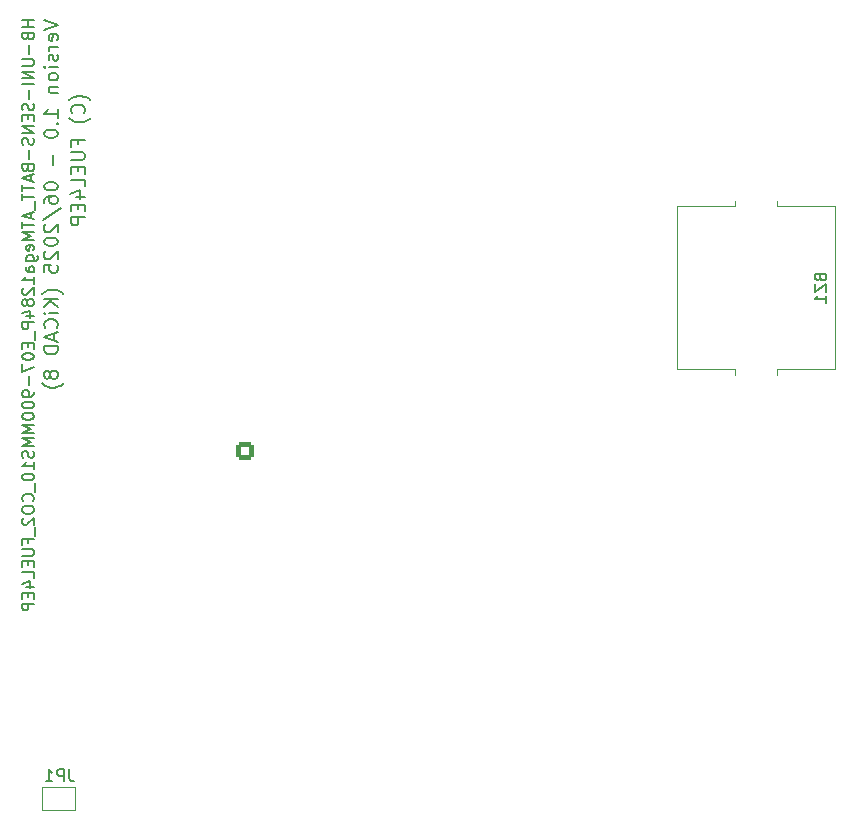
<source format=gbr>
%TF.GenerationSoftware,KiCad,Pcbnew,8.0.9-8.0.9-0~ubuntu22.04.1*%
%TF.CreationDate,2025-06-26T12:13:22+02:00*%
%TF.ProjectId,HB-UNI-SEN-BATT_ATMega1284P_E07-900MM10S_CO2_FUEL4EP,48422d55-4e49-42d5-9345-4e2d42415454,1.0*%
%TF.SameCoordinates,Original*%
%TF.FileFunction,Legend,Bot*%
%TF.FilePolarity,Positive*%
%FSLAX46Y46*%
G04 Gerber Fmt 4.6, Leading zero omitted, Abs format (unit mm)*
G04 Created by KiCad (PCBNEW 8.0.9-8.0.9-0~ubuntu22.04.1) date 2025-06-26 12:13:22*
%MOMM*%
%LPD*%
G01*
G04 APERTURE LIST*
G04 Aperture macros list*
%AMRoundRect*
0 Rectangle with rounded corners*
0 $1 Rounding radius*
0 $2 $3 $4 $5 $6 $7 $8 $9 X,Y pos of 4 corners*
0 Add a 4 corners polygon primitive as box body*
4,1,4,$2,$3,$4,$5,$6,$7,$8,$9,$2,$3,0*
0 Add four circle primitives for the rounded corners*
1,1,$1+$1,$2,$3*
1,1,$1+$1,$4,$5*
1,1,$1+$1,$6,$7*
1,1,$1+$1,$8,$9*
0 Add four rect primitives between the rounded corners*
20,1,$1+$1,$2,$3,$4,$5,0*
20,1,$1+$1,$4,$5,$6,$7,0*
20,1,$1+$1,$6,$7,$8,$9,0*
20,1,$1+$1,$8,$9,$2,$3,0*%
G04 Aperture macros list end*
%ADD10C,0.200000*%
%ADD11C,0.150000*%
%ADD12C,0.120000*%
%ADD13R,1.700000X1.700000*%
%ADD14O,1.700000X1.700000*%
%ADD15R,1.717500X1.800000*%
%ADD16O,1.717500X1.800000*%
%ADD17R,1.000000X1.500000*%
%ADD18C,0.700000*%
%ADD19C,4.400000*%
%ADD20C,2.640000*%
%ADD21R,2.000000X2.000000*%
%ADD22C,2.000000*%
%ADD23R,1.350000X1.350000*%
%ADD24O,1.350000X1.350000*%
%ADD25C,5.000000*%
%ADD26R,1.800000X1.800000*%
%ADD27C,1.800000*%
%ADD28RoundRect,0.250000X-0.550000X-0.550000X0.550000X-0.550000X0.550000X0.550000X-0.550000X0.550000X0*%
%ADD29C,1.700000*%
%ADD30R,3.000000X3.000000*%
G04 APERTURE END LIST*
D10*
X5694742Y69604136D02*
X6894742Y69204136D01*
X6894742Y69204136D02*
X5694742Y68804136D01*
X6837600Y67946993D02*
X6894742Y68061279D01*
X6894742Y68061279D02*
X6894742Y68289851D01*
X6894742Y68289851D02*
X6837600Y68404136D01*
X6837600Y68404136D02*
X6723314Y68461279D01*
X6723314Y68461279D02*
X6266171Y68461279D01*
X6266171Y68461279D02*
X6151885Y68404136D01*
X6151885Y68404136D02*
X6094742Y68289851D01*
X6094742Y68289851D02*
X6094742Y68061279D01*
X6094742Y68061279D02*
X6151885Y67946993D01*
X6151885Y67946993D02*
X6266171Y67889851D01*
X6266171Y67889851D02*
X6380457Y67889851D01*
X6380457Y67889851D02*
X6494742Y68461279D01*
X6894742Y67375565D02*
X6094742Y67375565D01*
X6323314Y67375565D02*
X6209028Y67318422D01*
X6209028Y67318422D02*
X6151885Y67261280D01*
X6151885Y67261280D02*
X6094742Y67146994D01*
X6094742Y67146994D02*
X6094742Y67032708D01*
X6837600Y66689851D02*
X6894742Y66575565D01*
X6894742Y66575565D02*
X6894742Y66346994D01*
X6894742Y66346994D02*
X6837600Y66232708D01*
X6837600Y66232708D02*
X6723314Y66175565D01*
X6723314Y66175565D02*
X6666171Y66175565D01*
X6666171Y66175565D02*
X6551885Y66232708D01*
X6551885Y66232708D02*
X6494742Y66346994D01*
X6494742Y66346994D02*
X6494742Y66518423D01*
X6494742Y66518423D02*
X6437600Y66632708D01*
X6437600Y66632708D02*
X6323314Y66689851D01*
X6323314Y66689851D02*
X6266171Y66689851D01*
X6266171Y66689851D02*
X6151885Y66632708D01*
X6151885Y66632708D02*
X6094742Y66518423D01*
X6094742Y66518423D02*
X6094742Y66346994D01*
X6094742Y66346994D02*
X6151885Y66232708D01*
X6894742Y65661279D02*
X6094742Y65661279D01*
X5694742Y65661279D02*
X5751885Y65718422D01*
X5751885Y65718422D02*
X5809028Y65661279D01*
X5809028Y65661279D02*
X5751885Y65604136D01*
X5751885Y65604136D02*
X5694742Y65661279D01*
X5694742Y65661279D02*
X5809028Y65661279D01*
X6894742Y64918422D02*
X6837600Y65032707D01*
X6837600Y65032707D02*
X6780457Y65089850D01*
X6780457Y65089850D02*
X6666171Y65146993D01*
X6666171Y65146993D02*
X6323314Y65146993D01*
X6323314Y65146993D02*
X6209028Y65089850D01*
X6209028Y65089850D02*
X6151885Y65032707D01*
X6151885Y65032707D02*
X6094742Y64918422D01*
X6094742Y64918422D02*
X6094742Y64746993D01*
X6094742Y64746993D02*
X6151885Y64632707D01*
X6151885Y64632707D02*
X6209028Y64575565D01*
X6209028Y64575565D02*
X6323314Y64518422D01*
X6323314Y64518422D02*
X6666171Y64518422D01*
X6666171Y64518422D02*
X6780457Y64575565D01*
X6780457Y64575565D02*
X6837600Y64632707D01*
X6837600Y64632707D02*
X6894742Y64746993D01*
X6894742Y64746993D02*
X6894742Y64918422D01*
X6094742Y64004136D02*
X6894742Y64004136D01*
X6209028Y64004136D02*
X6151885Y63946993D01*
X6151885Y63946993D02*
X6094742Y63832708D01*
X6094742Y63832708D02*
X6094742Y63661279D01*
X6094742Y63661279D02*
X6151885Y63546993D01*
X6151885Y63546993D02*
X6266171Y63489851D01*
X6266171Y63489851D02*
X6894742Y63489851D01*
X6894742Y61375565D02*
X6894742Y62061279D01*
X6894742Y61718422D02*
X5694742Y61718422D01*
X5694742Y61718422D02*
X5866171Y61832708D01*
X5866171Y61832708D02*
X5980457Y61946993D01*
X5980457Y61946993D02*
X6037600Y62061279D01*
X6780457Y60861279D02*
X6837600Y60804136D01*
X6837600Y60804136D02*
X6894742Y60861279D01*
X6894742Y60861279D02*
X6837600Y60918422D01*
X6837600Y60918422D02*
X6780457Y60861279D01*
X6780457Y60861279D02*
X6894742Y60861279D01*
X5694742Y60061279D02*
X5694742Y59946993D01*
X5694742Y59946993D02*
X5751885Y59832707D01*
X5751885Y59832707D02*
X5809028Y59775565D01*
X5809028Y59775565D02*
X5923314Y59718422D01*
X5923314Y59718422D02*
X6151885Y59661279D01*
X6151885Y59661279D02*
X6437600Y59661279D01*
X6437600Y59661279D02*
X6666171Y59718422D01*
X6666171Y59718422D02*
X6780457Y59775565D01*
X6780457Y59775565D02*
X6837600Y59832707D01*
X6837600Y59832707D02*
X6894742Y59946993D01*
X6894742Y59946993D02*
X6894742Y60061279D01*
X6894742Y60061279D02*
X6837600Y60175565D01*
X6837600Y60175565D02*
X6780457Y60232707D01*
X6780457Y60232707D02*
X6666171Y60289850D01*
X6666171Y60289850D02*
X6437600Y60346993D01*
X6437600Y60346993D02*
X6151885Y60346993D01*
X6151885Y60346993D02*
X5923314Y60289850D01*
X5923314Y60289850D02*
X5809028Y60232707D01*
X5809028Y60232707D02*
X5751885Y60175565D01*
X5751885Y60175565D02*
X5694742Y60061279D01*
X6437600Y58232707D02*
X6437600Y57318422D01*
X5694742Y55604136D02*
X5694742Y55489850D01*
X5694742Y55489850D02*
X5751885Y55375564D01*
X5751885Y55375564D02*
X5809028Y55318422D01*
X5809028Y55318422D02*
X5923314Y55261279D01*
X5923314Y55261279D02*
X6151885Y55204136D01*
X6151885Y55204136D02*
X6437600Y55204136D01*
X6437600Y55204136D02*
X6666171Y55261279D01*
X6666171Y55261279D02*
X6780457Y55318422D01*
X6780457Y55318422D02*
X6837600Y55375564D01*
X6837600Y55375564D02*
X6894742Y55489850D01*
X6894742Y55489850D02*
X6894742Y55604136D01*
X6894742Y55604136D02*
X6837600Y55718422D01*
X6837600Y55718422D02*
X6780457Y55775564D01*
X6780457Y55775564D02*
X6666171Y55832707D01*
X6666171Y55832707D02*
X6437600Y55889850D01*
X6437600Y55889850D02*
X6151885Y55889850D01*
X6151885Y55889850D02*
X5923314Y55832707D01*
X5923314Y55832707D02*
X5809028Y55775564D01*
X5809028Y55775564D02*
X5751885Y55718422D01*
X5751885Y55718422D02*
X5694742Y55604136D01*
X5694742Y54175565D02*
X5694742Y54404136D01*
X5694742Y54404136D02*
X5751885Y54518422D01*
X5751885Y54518422D02*
X5809028Y54575565D01*
X5809028Y54575565D02*
X5980457Y54689850D01*
X5980457Y54689850D02*
X6209028Y54746993D01*
X6209028Y54746993D02*
X6666171Y54746993D01*
X6666171Y54746993D02*
X6780457Y54689850D01*
X6780457Y54689850D02*
X6837600Y54632707D01*
X6837600Y54632707D02*
X6894742Y54518422D01*
X6894742Y54518422D02*
X6894742Y54289850D01*
X6894742Y54289850D02*
X6837600Y54175565D01*
X6837600Y54175565D02*
X6780457Y54118422D01*
X6780457Y54118422D02*
X6666171Y54061279D01*
X6666171Y54061279D02*
X6380457Y54061279D01*
X6380457Y54061279D02*
X6266171Y54118422D01*
X6266171Y54118422D02*
X6209028Y54175565D01*
X6209028Y54175565D02*
X6151885Y54289850D01*
X6151885Y54289850D02*
X6151885Y54518422D01*
X6151885Y54518422D02*
X6209028Y54632707D01*
X6209028Y54632707D02*
X6266171Y54689850D01*
X6266171Y54689850D02*
X6380457Y54746993D01*
X5637600Y52689850D02*
X7180457Y53718422D01*
X5809028Y52346993D02*
X5751885Y52289850D01*
X5751885Y52289850D02*
X5694742Y52175565D01*
X5694742Y52175565D02*
X5694742Y51889850D01*
X5694742Y51889850D02*
X5751885Y51775565D01*
X5751885Y51775565D02*
X5809028Y51718422D01*
X5809028Y51718422D02*
X5923314Y51661279D01*
X5923314Y51661279D02*
X6037600Y51661279D01*
X6037600Y51661279D02*
X6209028Y51718422D01*
X6209028Y51718422D02*
X6894742Y52404136D01*
X6894742Y52404136D02*
X6894742Y51661279D01*
X5694742Y50918422D02*
X5694742Y50804136D01*
X5694742Y50804136D02*
X5751885Y50689850D01*
X5751885Y50689850D02*
X5809028Y50632708D01*
X5809028Y50632708D02*
X5923314Y50575565D01*
X5923314Y50575565D02*
X6151885Y50518422D01*
X6151885Y50518422D02*
X6437600Y50518422D01*
X6437600Y50518422D02*
X6666171Y50575565D01*
X6666171Y50575565D02*
X6780457Y50632708D01*
X6780457Y50632708D02*
X6837600Y50689850D01*
X6837600Y50689850D02*
X6894742Y50804136D01*
X6894742Y50804136D02*
X6894742Y50918422D01*
X6894742Y50918422D02*
X6837600Y51032708D01*
X6837600Y51032708D02*
X6780457Y51089850D01*
X6780457Y51089850D02*
X6666171Y51146993D01*
X6666171Y51146993D02*
X6437600Y51204136D01*
X6437600Y51204136D02*
X6151885Y51204136D01*
X6151885Y51204136D02*
X5923314Y51146993D01*
X5923314Y51146993D02*
X5809028Y51089850D01*
X5809028Y51089850D02*
X5751885Y51032708D01*
X5751885Y51032708D02*
X5694742Y50918422D01*
X5809028Y50061279D02*
X5751885Y50004136D01*
X5751885Y50004136D02*
X5694742Y49889851D01*
X5694742Y49889851D02*
X5694742Y49604136D01*
X5694742Y49604136D02*
X5751885Y49489851D01*
X5751885Y49489851D02*
X5809028Y49432708D01*
X5809028Y49432708D02*
X5923314Y49375565D01*
X5923314Y49375565D02*
X6037600Y49375565D01*
X6037600Y49375565D02*
X6209028Y49432708D01*
X6209028Y49432708D02*
X6894742Y50118422D01*
X6894742Y50118422D02*
X6894742Y49375565D01*
X5694742Y48289851D02*
X5694742Y48861279D01*
X5694742Y48861279D02*
X6266171Y48918422D01*
X6266171Y48918422D02*
X6209028Y48861279D01*
X6209028Y48861279D02*
X6151885Y48746994D01*
X6151885Y48746994D02*
X6151885Y48461279D01*
X6151885Y48461279D02*
X6209028Y48346994D01*
X6209028Y48346994D02*
X6266171Y48289851D01*
X6266171Y48289851D02*
X6380457Y48232708D01*
X6380457Y48232708D02*
X6666171Y48232708D01*
X6666171Y48232708D02*
X6780457Y48289851D01*
X6780457Y48289851D02*
X6837600Y48346994D01*
X6837600Y48346994D02*
X6894742Y48461279D01*
X6894742Y48461279D02*
X6894742Y48746994D01*
X6894742Y48746994D02*
X6837600Y48861279D01*
X6837600Y48861279D02*
X6780457Y48918422D01*
X7351885Y46461279D02*
X7294742Y46518422D01*
X7294742Y46518422D02*
X7123314Y46632708D01*
X7123314Y46632708D02*
X7009028Y46689851D01*
X7009028Y46689851D02*
X6837600Y46746993D01*
X6837600Y46746993D02*
X6551885Y46804136D01*
X6551885Y46804136D02*
X6323314Y46804136D01*
X6323314Y46804136D02*
X6037600Y46746993D01*
X6037600Y46746993D02*
X5866171Y46689851D01*
X5866171Y46689851D02*
X5751885Y46632708D01*
X5751885Y46632708D02*
X5580457Y46518422D01*
X5580457Y46518422D02*
X5523314Y46461279D01*
X6894742Y46004136D02*
X5694742Y46004136D01*
X6894742Y45318422D02*
X6209028Y45832708D01*
X5694742Y45318422D02*
X6380457Y46004136D01*
X6894742Y44804136D02*
X6094742Y44804136D01*
X5694742Y44804136D02*
X5751885Y44861279D01*
X5751885Y44861279D02*
X5809028Y44804136D01*
X5809028Y44804136D02*
X5751885Y44746993D01*
X5751885Y44746993D02*
X5694742Y44804136D01*
X5694742Y44804136D02*
X5809028Y44804136D01*
X6780457Y43546993D02*
X6837600Y43604136D01*
X6837600Y43604136D02*
X6894742Y43775564D01*
X6894742Y43775564D02*
X6894742Y43889850D01*
X6894742Y43889850D02*
X6837600Y44061279D01*
X6837600Y44061279D02*
X6723314Y44175564D01*
X6723314Y44175564D02*
X6609028Y44232707D01*
X6609028Y44232707D02*
X6380457Y44289850D01*
X6380457Y44289850D02*
X6209028Y44289850D01*
X6209028Y44289850D02*
X5980457Y44232707D01*
X5980457Y44232707D02*
X5866171Y44175564D01*
X5866171Y44175564D02*
X5751885Y44061279D01*
X5751885Y44061279D02*
X5694742Y43889850D01*
X5694742Y43889850D02*
X5694742Y43775564D01*
X5694742Y43775564D02*
X5751885Y43604136D01*
X5751885Y43604136D02*
X5809028Y43546993D01*
X6551885Y43089850D02*
X6551885Y42518422D01*
X6894742Y43204136D02*
X5694742Y42804136D01*
X5694742Y42804136D02*
X6894742Y42404136D01*
X6894742Y42004136D02*
X5694742Y42004136D01*
X5694742Y42004136D02*
X5694742Y41718422D01*
X5694742Y41718422D02*
X5751885Y41546993D01*
X5751885Y41546993D02*
X5866171Y41432708D01*
X5866171Y41432708D02*
X5980457Y41375565D01*
X5980457Y41375565D02*
X6209028Y41318422D01*
X6209028Y41318422D02*
X6380457Y41318422D01*
X6380457Y41318422D02*
X6609028Y41375565D01*
X6609028Y41375565D02*
X6723314Y41432708D01*
X6723314Y41432708D02*
X6837600Y41546993D01*
X6837600Y41546993D02*
X6894742Y41718422D01*
X6894742Y41718422D02*
X6894742Y42004136D01*
X6209028Y39718422D02*
X6151885Y39832707D01*
X6151885Y39832707D02*
X6094742Y39889850D01*
X6094742Y39889850D02*
X5980457Y39946993D01*
X5980457Y39946993D02*
X5923314Y39946993D01*
X5923314Y39946993D02*
X5809028Y39889850D01*
X5809028Y39889850D02*
X5751885Y39832707D01*
X5751885Y39832707D02*
X5694742Y39718422D01*
X5694742Y39718422D02*
X5694742Y39489850D01*
X5694742Y39489850D02*
X5751885Y39375565D01*
X5751885Y39375565D02*
X5809028Y39318422D01*
X5809028Y39318422D02*
X5923314Y39261279D01*
X5923314Y39261279D02*
X5980457Y39261279D01*
X5980457Y39261279D02*
X6094742Y39318422D01*
X6094742Y39318422D02*
X6151885Y39375565D01*
X6151885Y39375565D02*
X6209028Y39489850D01*
X6209028Y39489850D02*
X6209028Y39718422D01*
X6209028Y39718422D02*
X6266171Y39832707D01*
X6266171Y39832707D02*
X6323314Y39889850D01*
X6323314Y39889850D02*
X6437600Y39946993D01*
X6437600Y39946993D02*
X6666171Y39946993D01*
X6666171Y39946993D02*
X6780457Y39889850D01*
X6780457Y39889850D02*
X6837600Y39832707D01*
X6837600Y39832707D02*
X6894742Y39718422D01*
X6894742Y39718422D02*
X6894742Y39489850D01*
X6894742Y39489850D02*
X6837600Y39375565D01*
X6837600Y39375565D02*
X6780457Y39318422D01*
X6780457Y39318422D02*
X6666171Y39261279D01*
X6666171Y39261279D02*
X6437600Y39261279D01*
X6437600Y39261279D02*
X6323314Y39318422D01*
X6323314Y39318422D02*
X6266171Y39375565D01*
X6266171Y39375565D02*
X6209028Y39489850D01*
X7351885Y38861279D02*
X7294742Y38804136D01*
X7294742Y38804136D02*
X7123314Y38689850D01*
X7123314Y38689850D02*
X7009028Y38632708D01*
X7009028Y38632708D02*
X6837600Y38575565D01*
X6837600Y38575565D02*
X6551885Y38518422D01*
X6551885Y38518422D02*
X6323314Y38518422D01*
X6323314Y38518422D02*
X6037600Y38575565D01*
X6037600Y38575565D02*
X5866171Y38632708D01*
X5866171Y38632708D02*
X5751885Y38689850D01*
X5751885Y38689850D02*
X5580457Y38804136D01*
X5580457Y38804136D02*
X5523314Y38861279D01*
X4854247Y69607326D02*
X3854247Y69607326D01*
X4330437Y69607326D02*
X4330437Y69035898D01*
X4854247Y69035898D02*
X3854247Y69035898D01*
X4330437Y68226374D02*
X4378056Y68083517D01*
X4378056Y68083517D02*
X4425675Y68035898D01*
X4425675Y68035898D02*
X4520913Y67988279D01*
X4520913Y67988279D02*
X4663770Y67988279D01*
X4663770Y67988279D02*
X4759008Y68035898D01*
X4759008Y68035898D02*
X4806628Y68083517D01*
X4806628Y68083517D02*
X4854247Y68178755D01*
X4854247Y68178755D02*
X4854247Y68559707D01*
X4854247Y68559707D02*
X3854247Y68559707D01*
X3854247Y68559707D02*
X3854247Y68226374D01*
X3854247Y68226374D02*
X3901866Y68131136D01*
X3901866Y68131136D02*
X3949485Y68083517D01*
X3949485Y68083517D02*
X4044723Y68035898D01*
X4044723Y68035898D02*
X4139961Y68035898D01*
X4139961Y68035898D02*
X4235199Y68083517D01*
X4235199Y68083517D02*
X4282818Y68131136D01*
X4282818Y68131136D02*
X4330437Y68226374D01*
X4330437Y68226374D02*
X4330437Y68559707D01*
X4473294Y67559707D02*
X4473294Y66797803D01*
X3854247Y66321612D02*
X4663770Y66321612D01*
X4663770Y66321612D02*
X4759008Y66273993D01*
X4759008Y66273993D02*
X4806628Y66226374D01*
X4806628Y66226374D02*
X4854247Y66131136D01*
X4854247Y66131136D02*
X4854247Y65940660D01*
X4854247Y65940660D02*
X4806628Y65845422D01*
X4806628Y65845422D02*
X4759008Y65797803D01*
X4759008Y65797803D02*
X4663770Y65750184D01*
X4663770Y65750184D02*
X3854247Y65750184D01*
X4854247Y65273993D02*
X3854247Y65273993D01*
X3854247Y65273993D02*
X4854247Y64702565D01*
X4854247Y64702565D02*
X3854247Y64702565D01*
X4854247Y64226374D02*
X3854247Y64226374D01*
X4473294Y63750184D02*
X4473294Y62988280D01*
X4806628Y62559708D02*
X4854247Y62416851D01*
X4854247Y62416851D02*
X4854247Y62178756D01*
X4854247Y62178756D02*
X4806628Y62083518D01*
X4806628Y62083518D02*
X4759008Y62035899D01*
X4759008Y62035899D02*
X4663770Y61988280D01*
X4663770Y61988280D02*
X4568532Y61988280D01*
X4568532Y61988280D02*
X4473294Y62035899D01*
X4473294Y62035899D02*
X4425675Y62083518D01*
X4425675Y62083518D02*
X4378056Y62178756D01*
X4378056Y62178756D02*
X4330437Y62369232D01*
X4330437Y62369232D02*
X4282818Y62464470D01*
X4282818Y62464470D02*
X4235199Y62512089D01*
X4235199Y62512089D02*
X4139961Y62559708D01*
X4139961Y62559708D02*
X4044723Y62559708D01*
X4044723Y62559708D02*
X3949485Y62512089D01*
X3949485Y62512089D02*
X3901866Y62464470D01*
X3901866Y62464470D02*
X3854247Y62369232D01*
X3854247Y62369232D02*
X3854247Y62131137D01*
X3854247Y62131137D02*
X3901866Y61988280D01*
X4330437Y61559708D02*
X4330437Y61226375D01*
X4854247Y61083518D02*
X4854247Y61559708D01*
X4854247Y61559708D02*
X3854247Y61559708D01*
X3854247Y61559708D02*
X3854247Y61083518D01*
X4854247Y60654946D02*
X3854247Y60654946D01*
X3854247Y60654946D02*
X4854247Y60083518D01*
X4854247Y60083518D02*
X3854247Y60083518D01*
X4806628Y59654946D02*
X4854247Y59512089D01*
X4854247Y59512089D02*
X4854247Y59273994D01*
X4854247Y59273994D02*
X4806628Y59178756D01*
X4806628Y59178756D02*
X4759008Y59131137D01*
X4759008Y59131137D02*
X4663770Y59083518D01*
X4663770Y59083518D02*
X4568532Y59083518D01*
X4568532Y59083518D02*
X4473294Y59131137D01*
X4473294Y59131137D02*
X4425675Y59178756D01*
X4425675Y59178756D02*
X4378056Y59273994D01*
X4378056Y59273994D02*
X4330437Y59464470D01*
X4330437Y59464470D02*
X4282818Y59559708D01*
X4282818Y59559708D02*
X4235199Y59607327D01*
X4235199Y59607327D02*
X4139961Y59654946D01*
X4139961Y59654946D02*
X4044723Y59654946D01*
X4044723Y59654946D02*
X3949485Y59607327D01*
X3949485Y59607327D02*
X3901866Y59559708D01*
X3901866Y59559708D02*
X3854247Y59464470D01*
X3854247Y59464470D02*
X3854247Y59226375D01*
X3854247Y59226375D02*
X3901866Y59083518D01*
X4473294Y58654946D02*
X4473294Y57893042D01*
X4330437Y57083518D02*
X4378056Y56940661D01*
X4378056Y56940661D02*
X4425675Y56893042D01*
X4425675Y56893042D02*
X4520913Y56845423D01*
X4520913Y56845423D02*
X4663770Y56845423D01*
X4663770Y56845423D02*
X4759008Y56893042D01*
X4759008Y56893042D02*
X4806628Y56940661D01*
X4806628Y56940661D02*
X4854247Y57035899D01*
X4854247Y57035899D02*
X4854247Y57416851D01*
X4854247Y57416851D02*
X3854247Y57416851D01*
X3854247Y57416851D02*
X3854247Y57083518D01*
X3854247Y57083518D02*
X3901866Y56988280D01*
X3901866Y56988280D02*
X3949485Y56940661D01*
X3949485Y56940661D02*
X4044723Y56893042D01*
X4044723Y56893042D02*
X4139961Y56893042D01*
X4139961Y56893042D02*
X4235199Y56940661D01*
X4235199Y56940661D02*
X4282818Y56988280D01*
X4282818Y56988280D02*
X4330437Y57083518D01*
X4330437Y57083518D02*
X4330437Y57416851D01*
X4568532Y56464470D02*
X4568532Y55988280D01*
X4854247Y56559708D02*
X3854247Y56226375D01*
X3854247Y56226375D02*
X4854247Y55893042D01*
X3854247Y55702565D02*
X3854247Y55131137D01*
X4854247Y55416851D02*
X3854247Y55416851D01*
X3854247Y54940660D02*
X3854247Y54369232D01*
X4854247Y54654946D02*
X3854247Y54654946D01*
X4949485Y54273994D02*
X4949485Y53512089D01*
X4568532Y53321612D02*
X4568532Y52845422D01*
X4854247Y53416850D02*
X3854247Y53083517D01*
X3854247Y53083517D02*
X4854247Y52750184D01*
X3854247Y52559707D02*
X3854247Y51988279D01*
X4854247Y52273993D02*
X3854247Y52273993D01*
X4854247Y51654945D02*
X3854247Y51654945D01*
X3854247Y51654945D02*
X4568532Y51321612D01*
X4568532Y51321612D02*
X3854247Y50988279D01*
X3854247Y50988279D02*
X4854247Y50988279D01*
X4806628Y50131136D02*
X4854247Y50226374D01*
X4854247Y50226374D02*
X4854247Y50416850D01*
X4854247Y50416850D02*
X4806628Y50512088D01*
X4806628Y50512088D02*
X4711389Y50559707D01*
X4711389Y50559707D02*
X4330437Y50559707D01*
X4330437Y50559707D02*
X4235199Y50512088D01*
X4235199Y50512088D02*
X4187580Y50416850D01*
X4187580Y50416850D02*
X4187580Y50226374D01*
X4187580Y50226374D02*
X4235199Y50131136D01*
X4235199Y50131136D02*
X4330437Y50083517D01*
X4330437Y50083517D02*
X4425675Y50083517D01*
X4425675Y50083517D02*
X4520913Y50559707D01*
X4187580Y49226374D02*
X4997104Y49226374D01*
X4997104Y49226374D02*
X5092342Y49273993D01*
X5092342Y49273993D02*
X5139961Y49321612D01*
X5139961Y49321612D02*
X5187580Y49416850D01*
X5187580Y49416850D02*
X5187580Y49559707D01*
X5187580Y49559707D02*
X5139961Y49654945D01*
X4806628Y49226374D02*
X4854247Y49321612D01*
X4854247Y49321612D02*
X4854247Y49512088D01*
X4854247Y49512088D02*
X4806628Y49607326D01*
X4806628Y49607326D02*
X4759008Y49654945D01*
X4759008Y49654945D02*
X4663770Y49702564D01*
X4663770Y49702564D02*
X4378056Y49702564D01*
X4378056Y49702564D02*
X4282818Y49654945D01*
X4282818Y49654945D02*
X4235199Y49607326D01*
X4235199Y49607326D02*
X4187580Y49512088D01*
X4187580Y49512088D02*
X4187580Y49321612D01*
X4187580Y49321612D02*
X4235199Y49226374D01*
X4854247Y48321612D02*
X4330437Y48321612D01*
X4330437Y48321612D02*
X4235199Y48369231D01*
X4235199Y48369231D02*
X4187580Y48464469D01*
X4187580Y48464469D02*
X4187580Y48654945D01*
X4187580Y48654945D02*
X4235199Y48750183D01*
X4806628Y48321612D02*
X4854247Y48416850D01*
X4854247Y48416850D02*
X4854247Y48654945D01*
X4854247Y48654945D02*
X4806628Y48750183D01*
X4806628Y48750183D02*
X4711389Y48797802D01*
X4711389Y48797802D02*
X4616151Y48797802D01*
X4616151Y48797802D02*
X4520913Y48750183D01*
X4520913Y48750183D02*
X4473294Y48654945D01*
X4473294Y48654945D02*
X4473294Y48416850D01*
X4473294Y48416850D02*
X4425675Y48321612D01*
X4854247Y47321612D02*
X4854247Y47893040D01*
X4854247Y47607326D02*
X3854247Y47607326D01*
X3854247Y47607326D02*
X3997104Y47702564D01*
X3997104Y47702564D02*
X4092342Y47797802D01*
X4092342Y47797802D02*
X4139961Y47893040D01*
X3949485Y46940659D02*
X3901866Y46893040D01*
X3901866Y46893040D02*
X3854247Y46797802D01*
X3854247Y46797802D02*
X3854247Y46559707D01*
X3854247Y46559707D02*
X3901866Y46464469D01*
X3901866Y46464469D02*
X3949485Y46416850D01*
X3949485Y46416850D02*
X4044723Y46369231D01*
X4044723Y46369231D02*
X4139961Y46369231D01*
X4139961Y46369231D02*
X4282818Y46416850D01*
X4282818Y46416850D02*
X4854247Y46988278D01*
X4854247Y46988278D02*
X4854247Y46369231D01*
X4282818Y45797802D02*
X4235199Y45893040D01*
X4235199Y45893040D02*
X4187580Y45940659D01*
X4187580Y45940659D02*
X4092342Y45988278D01*
X4092342Y45988278D02*
X4044723Y45988278D01*
X4044723Y45988278D02*
X3949485Y45940659D01*
X3949485Y45940659D02*
X3901866Y45893040D01*
X3901866Y45893040D02*
X3854247Y45797802D01*
X3854247Y45797802D02*
X3854247Y45607326D01*
X3854247Y45607326D02*
X3901866Y45512088D01*
X3901866Y45512088D02*
X3949485Y45464469D01*
X3949485Y45464469D02*
X4044723Y45416850D01*
X4044723Y45416850D02*
X4092342Y45416850D01*
X4092342Y45416850D02*
X4187580Y45464469D01*
X4187580Y45464469D02*
X4235199Y45512088D01*
X4235199Y45512088D02*
X4282818Y45607326D01*
X4282818Y45607326D02*
X4282818Y45797802D01*
X4282818Y45797802D02*
X4330437Y45893040D01*
X4330437Y45893040D02*
X4378056Y45940659D01*
X4378056Y45940659D02*
X4473294Y45988278D01*
X4473294Y45988278D02*
X4663770Y45988278D01*
X4663770Y45988278D02*
X4759008Y45940659D01*
X4759008Y45940659D02*
X4806628Y45893040D01*
X4806628Y45893040D02*
X4854247Y45797802D01*
X4854247Y45797802D02*
X4854247Y45607326D01*
X4854247Y45607326D02*
X4806628Y45512088D01*
X4806628Y45512088D02*
X4759008Y45464469D01*
X4759008Y45464469D02*
X4663770Y45416850D01*
X4663770Y45416850D02*
X4473294Y45416850D01*
X4473294Y45416850D02*
X4378056Y45464469D01*
X4378056Y45464469D02*
X4330437Y45512088D01*
X4330437Y45512088D02*
X4282818Y45607326D01*
X4187580Y44559707D02*
X4854247Y44559707D01*
X3806628Y44797802D02*
X4520913Y45035897D01*
X4520913Y45035897D02*
X4520913Y44416850D01*
X4854247Y44035897D02*
X3854247Y44035897D01*
X3854247Y44035897D02*
X3854247Y43654945D01*
X3854247Y43654945D02*
X3901866Y43559707D01*
X3901866Y43559707D02*
X3949485Y43512088D01*
X3949485Y43512088D02*
X4044723Y43464469D01*
X4044723Y43464469D02*
X4187580Y43464469D01*
X4187580Y43464469D02*
X4282818Y43512088D01*
X4282818Y43512088D02*
X4330437Y43559707D01*
X4330437Y43559707D02*
X4378056Y43654945D01*
X4378056Y43654945D02*
X4378056Y44035897D01*
X4949485Y43273993D02*
X4949485Y42512088D01*
X4330437Y42273992D02*
X4330437Y41940659D01*
X4854247Y41797802D02*
X4854247Y42273992D01*
X4854247Y42273992D02*
X3854247Y42273992D01*
X3854247Y42273992D02*
X3854247Y41797802D01*
X3854247Y41178754D02*
X3854247Y41083516D01*
X3854247Y41083516D02*
X3901866Y40988278D01*
X3901866Y40988278D02*
X3949485Y40940659D01*
X3949485Y40940659D02*
X4044723Y40893040D01*
X4044723Y40893040D02*
X4235199Y40845421D01*
X4235199Y40845421D02*
X4473294Y40845421D01*
X4473294Y40845421D02*
X4663770Y40893040D01*
X4663770Y40893040D02*
X4759008Y40940659D01*
X4759008Y40940659D02*
X4806628Y40988278D01*
X4806628Y40988278D02*
X4854247Y41083516D01*
X4854247Y41083516D02*
X4854247Y41178754D01*
X4854247Y41178754D02*
X4806628Y41273992D01*
X4806628Y41273992D02*
X4759008Y41321611D01*
X4759008Y41321611D02*
X4663770Y41369230D01*
X4663770Y41369230D02*
X4473294Y41416849D01*
X4473294Y41416849D02*
X4235199Y41416849D01*
X4235199Y41416849D02*
X4044723Y41369230D01*
X4044723Y41369230D02*
X3949485Y41321611D01*
X3949485Y41321611D02*
X3901866Y41273992D01*
X3901866Y41273992D02*
X3854247Y41178754D01*
X3854247Y40512087D02*
X3854247Y39845421D01*
X3854247Y39845421D02*
X4854247Y40273992D01*
X4473294Y39464468D02*
X4473294Y38702564D01*
X4854247Y38178754D02*
X4854247Y37988278D01*
X4854247Y37988278D02*
X4806628Y37893040D01*
X4806628Y37893040D02*
X4759008Y37845421D01*
X4759008Y37845421D02*
X4616151Y37750183D01*
X4616151Y37750183D02*
X4425675Y37702564D01*
X4425675Y37702564D02*
X4044723Y37702564D01*
X4044723Y37702564D02*
X3949485Y37750183D01*
X3949485Y37750183D02*
X3901866Y37797802D01*
X3901866Y37797802D02*
X3854247Y37893040D01*
X3854247Y37893040D02*
X3854247Y38083516D01*
X3854247Y38083516D02*
X3901866Y38178754D01*
X3901866Y38178754D02*
X3949485Y38226373D01*
X3949485Y38226373D02*
X4044723Y38273992D01*
X4044723Y38273992D02*
X4282818Y38273992D01*
X4282818Y38273992D02*
X4378056Y38226373D01*
X4378056Y38226373D02*
X4425675Y38178754D01*
X4425675Y38178754D02*
X4473294Y38083516D01*
X4473294Y38083516D02*
X4473294Y37893040D01*
X4473294Y37893040D02*
X4425675Y37797802D01*
X4425675Y37797802D02*
X4378056Y37750183D01*
X4378056Y37750183D02*
X4282818Y37702564D01*
X3854247Y37083516D02*
X3854247Y36988278D01*
X3854247Y36988278D02*
X3901866Y36893040D01*
X3901866Y36893040D02*
X3949485Y36845421D01*
X3949485Y36845421D02*
X4044723Y36797802D01*
X4044723Y36797802D02*
X4235199Y36750183D01*
X4235199Y36750183D02*
X4473294Y36750183D01*
X4473294Y36750183D02*
X4663770Y36797802D01*
X4663770Y36797802D02*
X4759008Y36845421D01*
X4759008Y36845421D02*
X4806628Y36893040D01*
X4806628Y36893040D02*
X4854247Y36988278D01*
X4854247Y36988278D02*
X4854247Y37083516D01*
X4854247Y37083516D02*
X4806628Y37178754D01*
X4806628Y37178754D02*
X4759008Y37226373D01*
X4759008Y37226373D02*
X4663770Y37273992D01*
X4663770Y37273992D02*
X4473294Y37321611D01*
X4473294Y37321611D02*
X4235199Y37321611D01*
X4235199Y37321611D02*
X4044723Y37273992D01*
X4044723Y37273992D02*
X3949485Y37226373D01*
X3949485Y37226373D02*
X3901866Y37178754D01*
X3901866Y37178754D02*
X3854247Y37083516D01*
X3854247Y36131135D02*
X3854247Y36035897D01*
X3854247Y36035897D02*
X3901866Y35940659D01*
X3901866Y35940659D02*
X3949485Y35893040D01*
X3949485Y35893040D02*
X4044723Y35845421D01*
X4044723Y35845421D02*
X4235199Y35797802D01*
X4235199Y35797802D02*
X4473294Y35797802D01*
X4473294Y35797802D02*
X4663770Y35845421D01*
X4663770Y35845421D02*
X4759008Y35893040D01*
X4759008Y35893040D02*
X4806628Y35940659D01*
X4806628Y35940659D02*
X4854247Y36035897D01*
X4854247Y36035897D02*
X4854247Y36131135D01*
X4854247Y36131135D02*
X4806628Y36226373D01*
X4806628Y36226373D02*
X4759008Y36273992D01*
X4759008Y36273992D02*
X4663770Y36321611D01*
X4663770Y36321611D02*
X4473294Y36369230D01*
X4473294Y36369230D02*
X4235199Y36369230D01*
X4235199Y36369230D02*
X4044723Y36321611D01*
X4044723Y36321611D02*
X3949485Y36273992D01*
X3949485Y36273992D02*
X3901866Y36226373D01*
X3901866Y36226373D02*
X3854247Y36131135D01*
X4854247Y35369230D02*
X3854247Y35369230D01*
X3854247Y35369230D02*
X4568532Y35035897D01*
X4568532Y35035897D02*
X3854247Y34702564D01*
X3854247Y34702564D02*
X4854247Y34702564D01*
X4854247Y34226373D02*
X3854247Y34226373D01*
X3854247Y34226373D02*
X4568532Y33893040D01*
X4568532Y33893040D02*
X3854247Y33559707D01*
X3854247Y33559707D02*
X4854247Y33559707D01*
X4806628Y33131135D02*
X4854247Y32988278D01*
X4854247Y32988278D02*
X4854247Y32750183D01*
X4854247Y32750183D02*
X4806628Y32654945D01*
X4806628Y32654945D02*
X4759008Y32607326D01*
X4759008Y32607326D02*
X4663770Y32559707D01*
X4663770Y32559707D02*
X4568532Y32559707D01*
X4568532Y32559707D02*
X4473294Y32607326D01*
X4473294Y32607326D02*
X4425675Y32654945D01*
X4425675Y32654945D02*
X4378056Y32750183D01*
X4378056Y32750183D02*
X4330437Y32940659D01*
X4330437Y32940659D02*
X4282818Y33035897D01*
X4282818Y33035897D02*
X4235199Y33083516D01*
X4235199Y33083516D02*
X4139961Y33131135D01*
X4139961Y33131135D02*
X4044723Y33131135D01*
X4044723Y33131135D02*
X3949485Y33083516D01*
X3949485Y33083516D02*
X3901866Y33035897D01*
X3901866Y33035897D02*
X3854247Y32940659D01*
X3854247Y32940659D02*
X3854247Y32702564D01*
X3854247Y32702564D02*
X3901866Y32559707D01*
X4854247Y31607326D02*
X4854247Y32178754D01*
X4854247Y31893040D02*
X3854247Y31893040D01*
X3854247Y31893040D02*
X3997104Y31988278D01*
X3997104Y31988278D02*
X4092342Y32083516D01*
X4092342Y32083516D02*
X4139961Y32178754D01*
X3854247Y30988278D02*
X3854247Y30893040D01*
X3854247Y30893040D02*
X3901866Y30797802D01*
X3901866Y30797802D02*
X3949485Y30750183D01*
X3949485Y30750183D02*
X4044723Y30702564D01*
X4044723Y30702564D02*
X4235199Y30654945D01*
X4235199Y30654945D02*
X4473294Y30654945D01*
X4473294Y30654945D02*
X4663770Y30702564D01*
X4663770Y30702564D02*
X4759008Y30750183D01*
X4759008Y30750183D02*
X4806628Y30797802D01*
X4806628Y30797802D02*
X4854247Y30893040D01*
X4854247Y30893040D02*
X4854247Y30988278D01*
X4854247Y30988278D02*
X4806628Y31083516D01*
X4806628Y31083516D02*
X4759008Y31131135D01*
X4759008Y31131135D02*
X4663770Y31178754D01*
X4663770Y31178754D02*
X4473294Y31226373D01*
X4473294Y31226373D02*
X4235199Y31226373D01*
X4235199Y31226373D02*
X4044723Y31178754D01*
X4044723Y31178754D02*
X3949485Y31131135D01*
X3949485Y31131135D02*
X3901866Y31083516D01*
X3901866Y31083516D02*
X3854247Y30988278D01*
X4949485Y30464469D02*
X4949485Y29702564D01*
X4759008Y28893040D02*
X4806628Y28940659D01*
X4806628Y28940659D02*
X4854247Y29083516D01*
X4854247Y29083516D02*
X4854247Y29178754D01*
X4854247Y29178754D02*
X4806628Y29321611D01*
X4806628Y29321611D02*
X4711389Y29416849D01*
X4711389Y29416849D02*
X4616151Y29464468D01*
X4616151Y29464468D02*
X4425675Y29512087D01*
X4425675Y29512087D02*
X4282818Y29512087D01*
X4282818Y29512087D02*
X4092342Y29464468D01*
X4092342Y29464468D02*
X3997104Y29416849D01*
X3997104Y29416849D02*
X3901866Y29321611D01*
X3901866Y29321611D02*
X3854247Y29178754D01*
X3854247Y29178754D02*
X3854247Y29083516D01*
X3854247Y29083516D02*
X3901866Y28940659D01*
X3901866Y28940659D02*
X3949485Y28893040D01*
X3854247Y28273992D02*
X3854247Y28083516D01*
X3854247Y28083516D02*
X3901866Y27988278D01*
X3901866Y27988278D02*
X3997104Y27893040D01*
X3997104Y27893040D02*
X4187580Y27845421D01*
X4187580Y27845421D02*
X4520913Y27845421D01*
X4520913Y27845421D02*
X4711389Y27893040D01*
X4711389Y27893040D02*
X4806628Y27988278D01*
X4806628Y27988278D02*
X4854247Y28083516D01*
X4854247Y28083516D02*
X4854247Y28273992D01*
X4854247Y28273992D02*
X4806628Y28369230D01*
X4806628Y28369230D02*
X4711389Y28464468D01*
X4711389Y28464468D02*
X4520913Y28512087D01*
X4520913Y28512087D02*
X4187580Y28512087D01*
X4187580Y28512087D02*
X3997104Y28464468D01*
X3997104Y28464468D02*
X3901866Y28369230D01*
X3901866Y28369230D02*
X3854247Y28273992D01*
X3949485Y27464468D02*
X3901866Y27416849D01*
X3901866Y27416849D02*
X3854247Y27321611D01*
X3854247Y27321611D02*
X3854247Y27083516D01*
X3854247Y27083516D02*
X3901866Y26988278D01*
X3901866Y26988278D02*
X3949485Y26940659D01*
X3949485Y26940659D02*
X4044723Y26893040D01*
X4044723Y26893040D02*
X4139961Y26893040D01*
X4139961Y26893040D02*
X4282818Y26940659D01*
X4282818Y26940659D02*
X4854247Y27512087D01*
X4854247Y27512087D02*
X4854247Y26893040D01*
X4949485Y26702564D02*
X4949485Y25940659D01*
X4330437Y25369230D02*
X4330437Y25702563D01*
X4854247Y25702563D02*
X3854247Y25702563D01*
X3854247Y25702563D02*
X3854247Y25226373D01*
X3854247Y24845420D02*
X4663770Y24845420D01*
X4663770Y24845420D02*
X4759008Y24797801D01*
X4759008Y24797801D02*
X4806628Y24750182D01*
X4806628Y24750182D02*
X4854247Y24654944D01*
X4854247Y24654944D02*
X4854247Y24464468D01*
X4854247Y24464468D02*
X4806628Y24369230D01*
X4806628Y24369230D02*
X4759008Y24321611D01*
X4759008Y24321611D02*
X4663770Y24273992D01*
X4663770Y24273992D02*
X3854247Y24273992D01*
X4330437Y23797801D02*
X4330437Y23464468D01*
X4854247Y23321611D02*
X4854247Y23797801D01*
X4854247Y23797801D02*
X3854247Y23797801D01*
X3854247Y23797801D02*
X3854247Y23321611D01*
X4854247Y22416849D02*
X4854247Y22893039D01*
X4854247Y22893039D02*
X3854247Y22893039D01*
X4187580Y21654944D02*
X4854247Y21654944D01*
X3806628Y21893039D02*
X4520913Y22131134D01*
X4520913Y22131134D02*
X4520913Y21512087D01*
X4330437Y21131134D02*
X4330437Y20797801D01*
X4854247Y20654944D02*
X4854247Y21131134D01*
X4854247Y21131134D02*
X3854247Y21131134D01*
X3854247Y21131134D02*
X3854247Y20654944D01*
X4854247Y20226372D02*
X3854247Y20226372D01*
X3854247Y20226372D02*
X3854247Y19845420D01*
X3854247Y19845420D02*
X3901866Y19750182D01*
X3901866Y19750182D02*
X3949485Y19702563D01*
X3949485Y19702563D02*
X4044723Y19654944D01*
X4044723Y19654944D02*
X4187580Y19654944D01*
X4187580Y19654944D02*
X4282818Y19702563D01*
X4282818Y19702563D02*
X4330437Y19750182D01*
X4330437Y19750182D02*
X4378056Y19845420D01*
X4378056Y19845420D02*
X4378056Y20226372D01*
X9637885Y62866850D02*
X9580742Y62923993D01*
X9580742Y62923993D02*
X9409314Y63038279D01*
X9409314Y63038279D02*
X9295028Y63095422D01*
X9295028Y63095422D02*
X9123600Y63152564D01*
X9123600Y63152564D02*
X8837885Y63209707D01*
X8837885Y63209707D02*
X8609314Y63209707D01*
X8609314Y63209707D02*
X8323600Y63152564D01*
X8323600Y63152564D02*
X8152171Y63095422D01*
X8152171Y63095422D02*
X8037885Y63038279D01*
X8037885Y63038279D02*
X7866457Y62923993D01*
X7866457Y62923993D02*
X7809314Y62866850D01*
X9066457Y61723993D02*
X9123600Y61781136D01*
X9123600Y61781136D02*
X9180742Y61952564D01*
X9180742Y61952564D02*
X9180742Y62066850D01*
X9180742Y62066850D02*
X9123600Y62238279D01*
X9123600Y62238279D02*
X9009314Y62352564D01*
X9009314Y62352564D02*
X8895028Y62409707D01*
X8895028Y62409707D02*
X8666457Y62466850D01*
X8666457Y62466850D02*
X8495028Y62466850D01*
X8495028Y62466850D02*
X8266457Y62409707D01*
X8266457Y62409707D02*
X8152171Y62352564D01*
X8152171Y62352564D02*
X8037885Y62238279D01*
X8037885Y62238279D02*
X7980742Y62066850D01*
X7980742Y62066850D02*
X7980742Y61952564D01*
X7980742Y61952564D02*
X8037885Y61781136D01*
X8037885Y61781136D02*
X8095028Y61723993D01*
X9637885Y61323993D02*
X9580742Y61266850D01*
X9580742Y61266850D02*
X9409314Y61152564D01*
X9409314Y61152564D02*
X9295028Y61095422D01*
X9295028Y61095422D02*
X9123600Y61038279D01*
X9123600Y61038279D02*
X8837885Y60981136D01*
X8837885Y60981136D02*
X8609314Y60981136D01*
X8609314Y60981136D02*
X8323600Y61038279D01*
X8323600Y61038279D02*
X8152171Y61095422D01*
X8152171Y61095422D02*
X8037885Y61152564D01*
X8037885Y61152564D02*
X7866457Y61266850D01*
X7866457Y61266850D02*
X7809314Y61323993D01*
X8552171Y59095421D02*
X8552171Y59495421D01*
X9180742Y59495421D02*
X7980742Y59495421D01*
X7980742Y59495421D02*
X7980742Y58923993D01*
X7980742Y58466850D02*
X8952171Y58466850D01*
X8952171Y58466850D02*
X9066457Y58409707D01*
X9066457Y58409707D02*
X9123600Y58352565D01*
X9123600Y58352565D02*
X9180742Y58238279D01*
X9180742Y58238279D02*
X9180742Y58009707D01*
X9180742Y58009707D02*
X9123600Y57895422D01*
X9123600Y57895422D02*
X9066457Y57838279D01*
X9066457Y57838279D02*
X8952171Y57781136D01*
X8952171Y57781136D02*
X7980742Y57781136D01*
X8552171Y57209707D02*
X8552171Y56809707D01*
X9180742Y56638279D02*
X9180742Y57209707D01*
X9180742Y57209707D02*
X7980742Y57209707D01*
X7980742Y57209707D02*
X7980742Y56638279D01*
X9180742Y55552565D02*
X9180742Y56123993D01*
X9180742Y56123993D02*
X7980742Y56123993D01*
X8380742Y54638279D02*
X9180742Y54638279D01*
X7923600Y54923993D02*
X8780742Y55209707D01*
X8780742Y55209707D02*
X8780742Y54466850D01*
X8552171Y54009707D02*
X8552171Y53609707D01*
X9180742Y53438279D02*
X9180742Y54009707D01*
X9180742Y54009707D02*
X7980742Y54009707D01*
X7980742Y54009707D02*
X7980742Y53438279D01*
X9180742Y52923993D02*
X7980742Y52923993D01*
X7980742Y52923993D02*
X7980742Y52466850D01*
X7980742Y52466850D02*
X8037885Y52352565D01*
X8037885Y52352565D02*
X8095028Y52295422D01*
X8095028Y52295422D02*
X8209314Y52238279D01*
X8209314Y52238279D02*
X8380742Y52238279D01*
X8380742Y52238279D02*
X8495028Y52295422D01*
X8495028Y52295422D02*
X8552171Y52352565D01*
X8552171Y52352565D02*
X8609314Y52466850D01*
X8609314Y52466850D02*
X8609314Y52923993D01*
D11*
X7843733Y6183980D02*
X7843733Y5469695D01*
X7843733Y5469695D02*
X7891352Y5326838D01*
X7891352Y5326838D02*
X7986590Y5231600D01*
X7986590Y5231600D02*
X8129447Y5183980D01*
X8129447Y5183980D02*
X8224685Y5183980D01*
X7367542Y5183980D02*
X7367542Y6183980D01*
X7367542Y6183980D02*
X6986590Y6183980D01*
X6986590Y6183980D02*
X6891352Y6136361D01*
X6891352Y6136361D02*
X6843733Y6088742D01*
X6843733Y6088742D02*
X6796114Y5993504D01*
X6796114Y5993504D02*
X6796114Y5850647D01*
X6796114Y5850647D02*
X6843733Y5755409D01*
X6843733Y5755409D02*
X6891352Y5707790D01*
X6891352Y5707790D02*
X6986590Y5660171D01*
X6986590Y5660171D02*
X7367542Y5660171D01*
X5843733Y5183980D02*
X6415161Y5183980D01*
X6129447Y5183980D02*
X6129447Y6183980D01*
X6129447Y6183980D02*
X6224685Y6041123D01*
X6224685Y6041123D02*
X6319923Y5945885D01*
X6319923Y5945885D02*
X6415161Y5898266D01*
X71431009Y47830952D02*
X71478628Y47688095D01*
X71478628Y47688095D02*
X71526247Y47640476D01*
X71526247Y47640476D02*
X71621485Y47592857D01*
X71621485Y47592857D02*
X71764342Y47592857D01*
X71764342Y47592857D02*
X71859580Y47640476D01*
X71859580Y47640476D02*
X71907200Y47688095D01*
X71907200Y47688095D02*
X71954819Y47783333D01*
X71954819Y47783333D02*
X71954819Y48164285D01*
X71954819Y48164285D02*
X70954819Y48164285D01*
X70954819Y48164285D02*
X70954819Y47830952D01*
X70954819Y47830952D02*
X71002438Y47735714D01*
X71002438Y47735714D02*
X71050057Y47688095D01*
X71050057Y47688095D02*
X71145295Y47640476D01*
X71145295Y47640476D02*
X71240533Y47640476D01*
X71240533Y47640476D02*
X71335771Y47688095D01*
X71335771Y47688095D02*
X71383390Y47735714D01*
X71383390Y47735714D02*
X71431009Y47830952D01*
X71431009Y47830952D02*
X71431009Y48164285D01*
X70954819Y47259523D02*
X70954819Y46592857D01*
X70954819Y46592857D02*
X71954819Y47259523D01*
X71954819Y47259523D02*
X71954819Y46592857D01*
X71954819Y45688095D02*
X71954819Y46259523D01*
X71954819Y45973809D02*
X70954819Y45973809D01*
X70954819Y45973809D02*
X71097676Y46069047D01*
X71097676Y46069047D02*
X71192914Y46164285D01*
X71192914Y46164285D02*
X71240533Y46259523D01*
D12*
%TO.C,JP1*%
X5519200Y4708400D02*
X8319200Y4708400D01*
X5519200Y2708400D02*
X5519200Y4708400D01*
X8319200Y4708400D02*
X8319200Y2708400D01*
X8319200Y2708400D02*
X5519200Y2708400D01*
%TO.C,BZ1*%
X59300000Y53850000D02*
X59300000Y40050000D01*
X59300000Y53850000D02*
X64222000Y53850000D01*
X59300000Y40050000D02*
X64222000Y40050000D01*
X64222000Y54350000D02*
X64222000Y53850000D01*
X64222000Y39550000D02*
X64222000Y40050000D01*
X67778000Y54350000D02*
X67778000Y53850000D01*
X67778000Y53850000D02*
X72700000Y53850000D01*
X67778000Y39550000D02*
X67778000Y40050000D01*
X72700000Y53850000D02*
X72700000Y40050000D01*
X72700000Y40050000D02*
X67778000Y40050000D01*
%TD*%
%LPC*%
D13*
%TO.C,J3*%
X44796000Y44097500D03*
D14*
X47336000Y44097500D03*
%TD*%
D13*
%TO.C,J4*%
X44796000Y47780500D03*
D14*
X47336000Y47780500D03*
%TD*%
D13*
%TO.C,J5*%
X58880000Y8220000D03*
D14*
X61420000Y8220000D03*
X63960000Y8220000D03*
X66500000Y8220000D03*
X69040000Y8220000D03*
X71580000Y8220000D03*
%TD*%
D15*
%TO.C,Q1*%
X3958400Y7804800D03*
D16*
X6248400Y7804800D03*
X8538400Y7804800D03*
%TD*%
D13*
%TO.C,J10*%
X64989000Y71656500D03*
D14*
X67529000Y71656500D03*
X70069000Y71656500D03*
%TD*%
D17*
%TO.C,JP1*%
X6269200Y3708400D03*
X7569200Y3708400D03*
%TD*%
D18*
%TO.C,H2*%
X58200000Y71750000D03*
X58727200Y73022800D03*
X58727200Y70477200D03*
X60000000Y73550000D03*
D19*
X60000000Y71750000D03*
D18*
X60000000Y69950000D03*
X61272800Y73022800D03*
X61272800Y70477200D03*
X61800000Y71750000D03*
%TD*%
%TO.C,H4*%
X58200000Y3250000D03*
X58727200Y4522800D03*
X58727200Y1977200D03*
X60000000Y5050000D03*
D19*
X60000000Y3250000D03*
D18*
X60000000Y1450000D03*
X61272800Y4522800D03*
X61272800Y1977200D03*
X61800000Y3250000D03*
%TD*%
%TO.C,H1*%
X13200000Y71750000D03*
X13727200Y73022800D03*
X13727200Y70477200D03*
X15000000Y73550000D03*
D19*
X15000000Y71750000D03*
D18*
X15000000Y69950000D03*
X16272800Y73022800D03*
X16272800Y70477200D03*
X16800000Y71750000D03*
%TD*%
%TO.C,H3*%
X13200000Y3250000D03*
X13727200Y4522800D03*
X13727200Y1977200D03*
X15000000Y5050000D03*
D19*
X15000000Y3250000D03*
D18*
X15000000Y1450000D03*
X16272800Y4522800D03*
X16272800Y1977200D03*
X16800000Y3250000D03*
%TD*%
D20*
%TO.C,BT2*%
X3225000Y16650000D03*
X15215000Y63130000D03*
D21*
X9220000Y13900000D03*
D22*
X9220000Y65890000D03*
%TD*%
D13*
%TO.C,J12*%
X28070100Y72139100D03*
D14*
X30610100Y72139100D03*
X33150100Y72139100D03*
X35690100Y72139100D03*
X38230100Y72139100D03*
X40770100Y72139100D03*
%TD*%
D20*
%TO.C,BT1*%
X71775000Y63150000D03*
X59785000Y16670000D03*
D21*
X65780000Y65900000D03*
D22*
X65780000Y13910000D03*
%TD*%
D23*
%TO.C,J11*%
X44500000Y21282000D03*
D24*
X42500000Y21282000D03*
X40500000Y21282000D03*
X38500000Y21282000D03*
X36500000Y21282000D03*
X34500000Y21282000D03*
X32500000Y21282000D03*
X30500000Y21282000D03*
%TD*%
D13*
%TO.C,J1*%
X41400000Y64989000D03*
D14*
X41400000Y67529000D03*
%TD*%
D13*
%TO.C,J2*%
X41400000Y58385000D03*
D14*
X41400000Y60925000D03*
%TD*%
D25*
%TO.C,H5*%
X23500000Y65400000D03*
%TD*%
%TO.C,H6*%
X23500000Y22400000D03*
%TD*%
%TO.C,H7*%
X51500000Y65400000D03*
%TD*%
%TO.C,H8*%
X51500000Y22400000D03*
%TD*%
D26*
%TO.C,D2*%
X41300000Y3000000D03*
D27*
X43840000Y3000000D03*
%TD*%
D26*
%TO.C,D3*%
X36220000Y3000000D03*
D27*
X38760000Y3000000D03*
%TD*%
D28*
%TO.C,AE1*%
X22748000Y33135000D03*
%TD*%
D26*
%TO.C,D4*%
X31140000Y3000000D03*
D27*
X33680000Y3000000D03*
%TD*%
D13*
%TO.C,module2*%
X55539500Y16180000D03*
X19459500Y16180000D03*
D29*
X55539500Y13640000D03*
X19459500Y13640000D03*
X55539500Y11100000D03*
X19459500Y11100000D03*
X55539500Y8560000D03*
X19459500Y8560000D03*
X55539500Y6020000D03*
X19459500Y6020000D03*
X55539500Y3480000D03*
X19459500Y3480000D03*
%TD*%
D30*
%TO.C,BZ1*%
X66000000Y38700000D03*
X66000000Y55200000D03*
%TD*%
%LPD*%
M02*

</source>
